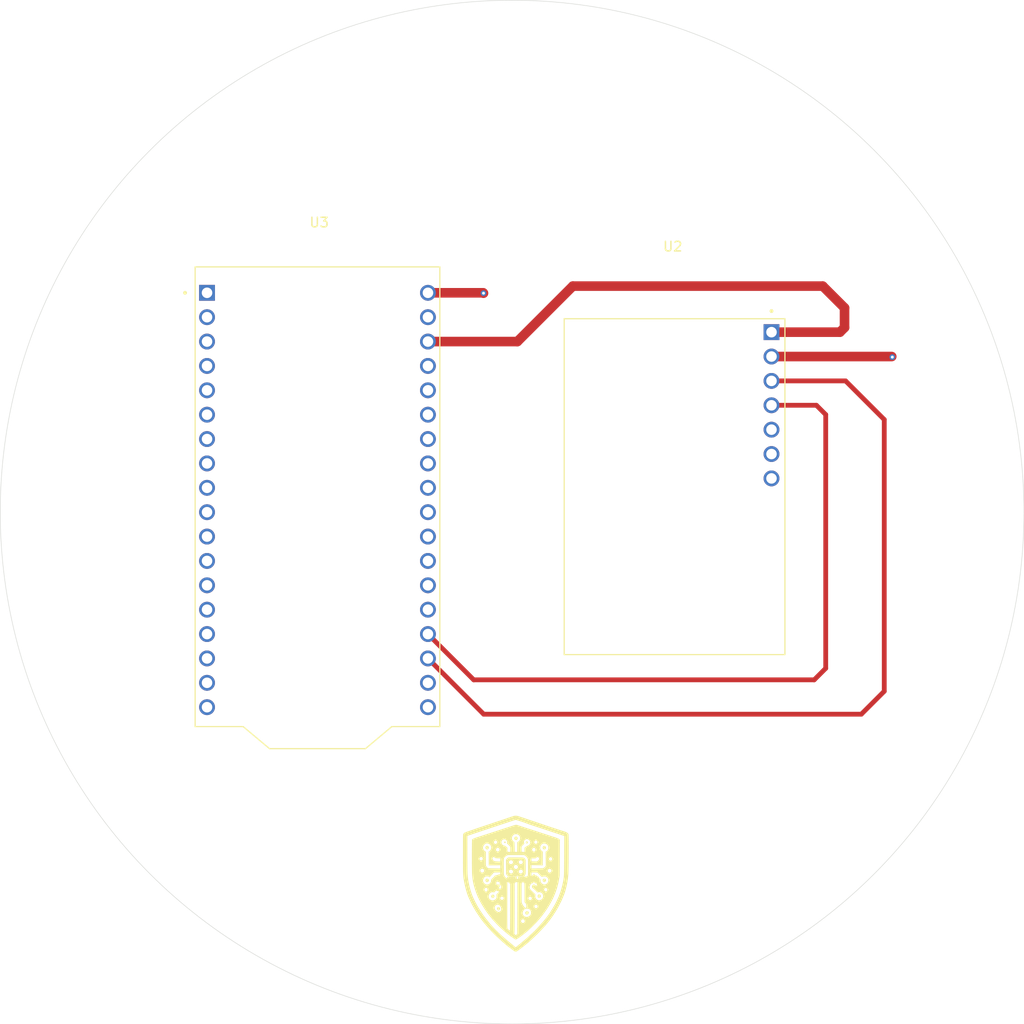
<source format=kicad_pcb>
(kicad_pcb (version 20240108) (generator "pcbnew") (generator_version "8.0")
  (layers (0 "F.Cu" signal) (31 "B.Cu" signal) (34 "B.Paste" user) (35 "F.Paste" user) (36 "B.SilkS" user "B.Silkscreen") (37 "F.SilkS" user "F.Silkscreen") (38 "B.Mask" user) (39 "F.Mask" user) (44 "Edge.Cuts" user))
  (net 0 "")
  (net 2 "/GND")
  (net 3 "/power")
  (net 4 "/SCL")
  (net 6 "/SDA")
  (footprint "logo-mold:moldguard" (layer "F.Cu") (at 154.83 113.36)
    (property "Reference" "G***" (at 0 0 0) (layer "F.SilkS") (effects (font (size 1.5 1.5) (thickness 0.3))))
    (property "Value" "LOGO" (hide yes))
  )
  (footprint "Lora32-heltec:MODULE_WIFI_KIT_32__V3_" (layer "F.Cu") (at 134.17 74.19)
    (property "Reference" "U3" (at 0.18 -29.73 0) (layer "F.SilkS"))
    (property "Value" "WIFI_KIT_32__V3_")
    (pad "J2_1" thru_hole rect (at -11.51 -22.4) (size 1.65 1.65) (drill 1.1) (layers "*.Cu" "*.Mask"))
    (pad "J2_2" thru_hole circle (at -11.51 -19.86) (size 1.65 1.65) (drill 1.1) (layers "*.Cu" "*.Mask"))
    (pad "J2_3" thru_hole circle (at -11.51 -17.32) (size 1.65 1.65) (drill 1.1) (layers "*.Cu" "*.Mask"))
    (pad "J2_4" thru_hole circle (at -11.51 -14.78) (size 1.65 1.65) (drill 1.1) (layers "*.Cu" "*.Mask"))
    (pad "J2_5" thru_hole circle (at -11.51 -12.24) (size 1.65 1.65) (drill 1.1) (layers "*.Cu" "*.Mask"))
    (pad "J2_6" thru_hole circle (at -11.51 -9.7) (size 1.65 1.65) (drill 1.1) (layers "*.Cu" "*.Mask"))
    (pad "J2_7" thru_hole circle (at -11.51 -7.16) (size 1.65 1.65) (drill 1.1) (layers "*.Cu" "*.Mask"))
    (pad "J2_8" thru_hole circle (at -11.51 -4.62) (size 1.65 1.65) (drill 1.1) (layers "*.Cu" "*.Mask"))
    (pad "J2_9" thru_hole circle (at -11.51 -2.08) (size 1.65 1.65) (drill 1.1) (layers "*.Cu" "*.Mask"))
    (pad "J2_10" thru_hole circle (at -11.51 0.46) (size 1.65 1.65) (drill 1.1) (layers "*.Cu" "*.Mask"))
    (pad "J2_11" thru_hole circle (at -11.51 3) (size 1.65 1.65) (drill 1.1) (layers "*.Cu" "*.Mask"))
    (pad "J2_12" thru_hole circle (at -11.51 5.54) (size 1.65 1.65) (drill 1.1) (layers "*.Cu" "*.Mask"))
    (pad "J2_13" thru_hole circle (at -11.51 8.08) (size 1.65 1.65) (drill 1.1) (layers "*.Cu" "*.Mask"))
    (pad "J2_14" thru_hole circle (at -11.51 10.62) (size 1.65 1.65) (drill 1.1) (layers "*.Cu" "*.Mask"))
    (pad "J2_15" thru_hole circle (at -11.51 13.16) (size 1.65 1.65) (drill 1.1) (layers "*.Cu" "*.Mask"))
    (pad "J2_16" thru_hole circle (at -11.51 15.7) (size 1.65 1.65) (drill 1.1) (layers "*.Cu" "*.Mask"))
    (pad "J2_17" thru_hole circle (at -11.51 18.24) (size 1.65 1.65) (drill 1.1) (layers "*.Cu" "*.Mask"))
    (pad "J2_18" thru_hole circle (at -11.51 20.78) (size 1.65 1.65) (drill 1.1) (layers "*.Cu" "*.Mask"))
    (pad "J3_1" thru_hole circle (at 11.51 -22.4) (size 1.65 1.65) (drill 1.1) (layers "*.Cu" "*.Mask") (net 2 "/GND"))
    (pad "J3_2" thru_hole circle (at 11.51 -19.86) (size 1.65 1.65) (drill 1.1) (layers "*.Cu" "*.Mask") (net 3 "/power"))
    (pad "J3_3" thru_hole circle (at 11.51 -17.32) (size 1.65 1.65) (drill 1.1) (layers "*.Cu" "*.Mask") (net 3 "/power"))
    (pad "J3_4" thru_hole circle (at 11.51 -14.78) (size 1.65 1.65) (drill 1.1) (layers "*.Cu" "*.Mask"))
    (pad "J3_5" thru_hole circle (at 11.51 -12.24) (size 1.65 1.65) (drill 1.1) (layers "*.Cu" "*.Mask"))
    (pad "J3_6" thru_hole circle (at 11.51 -9.7) (size 1.65 1.65) (drill 1.1) (layers "*.Cu" "*.Mask"))
    (pad "J3_7" thru_hole circle (at 11.51 -7.16) (size 1.65 1.65) (drill 1.1) (layers "*.Cu" "*.Mask"))
    (pad "J3_8" thru_hole circle (at 11.51 -4.62) (size 1.65 1.65) (drill 1.1) (layers "*.Cu" "*.Mask"))
    (pad "J3_9" thru_hole circle (at 11.51 -2.08) (size 1.65 1.65) (drill 1.1) (layers "*.Cu" "*.Mask"))
    (pad "J3_10" thru_hole circle (at 11.51 0.46) (size 1.65 1.65) (drill 1.1) (layers "*.Cu" "*.Mask"))
    (pad "J3_11" thru_hole circle (at 11.51 3) (size 1.65 1.65) (drill 1.1) (layers "*.Cu" "*.Mask"))
    (pad "J3_12" thru_hole circle (at 11.51 5.54) (size 1.65 1.65) (drill 1.1) (layers "*.Cu" "*.Mask"))
    (pad "J3_13" thru_hole circle (at 11.51 8.08) (size 1.65 1.65) (drill 1.1) (layers "*.Cu" "*.Mask"))
    (pad "J3_14" thru_hole circle (at 11.51 10.62) (size 1.65 1.65) (drill 1.1) (layers "*.Cu" "*.Mask"))
    (pad "J3_15" thru_hole circle (at 11.51 13.16) (size 1.65 1.65) (drill 1.1) (layers "*.Cu" "*.Mask") (net 6 "/SDA"))
    (pad "J3_16" thru_hole circle (at 11.51 15.7) (size 1.65 1.65) (drill 1.1) (layers "*.Cu" "*.Mask") (net 4 "/SCL"))
    (pad "J3_17" thru_hole circle (at 11.51 18.24) (size 1.65 1.65) (drill 1.1) (layers "*.Cu" "*.Mask"))
    (pad "J3_18" thru_hole circle (at 11.51 20.78) (size 1.65 1.65) (drill 1.1) (layers "*.Cu" "*.Mask"))
  )
  (footprint "SCD30:MODULE_SCD30" (layer "F.Cu") (at 171.38 71.99 -90)
    (property "Reference" "U2" (at -25.02 0.19 0) (layer "F.SilkS"))
    (property "Value" "SCD30")
    (pad "1" thru_hole rect (at -16.1 -10.1 270) (size 1.65 1.65) (drill 1.1) (layers "*.Cu" "*.Mask") (net 3 "/power"))
    (pad "2" thru_hole circle (at -13.56 -10.1 270) (size 1.65 1.65) (drill 1.1) (layers "*.Cu" "*.Mask") (net 2 "/GND"))
    (pad "3" thru_hole circle (at -11.02 -10.1 270) (size 1.65 1.65) (drill 1.1) (layers "*.Cu" "*.Mask") (net 4 "/SCL"))
    (pad "4" thru_hole circle (at -8.48 -10.1 270) (size 1.65 1.65) (drill 1.1) (layers "*.Cu" "*.Mask") (net 6 "/SDA"))
    (pad "5" thru_hole circle (at -5.94 -10.1 270) (size 1.65 1.65) (drill 1.1) (layers "*.Cu" "*.Mask"))
    (pad "6" thru_hole circle (at -3.4 -10.1 270) (size 1.65 1.65) (drill 1.1) (layers "*.Cu" "*.Mask"))
    (pad "7" thru_hole circle (at -0.86 -10.1 270) (size 1.65 1.65) (drill 1.1) (layers "*.Cu" "*.Mask"))
  )
  (gr_circle (center 154.45 74.641469) (end 204.61998 92.751469) (stroke (width 0.05)) (fill none) (layer "Edge.Cuts"))
  (segment (start 145.68 51.79) (end 151.43 51.79) (width 1) (layer "F.Cu") (net 2))
  (segment (start 151.43 51.79) (end 151.47 51.83) (width 1) (layer "F.Cu") (net 2))
  (segment (start 181.48 58.43) (end 194.01 58.43) (width 1) (layer "F.Cu") (net 2))
  (via (at 194.07 58.49) (size 0.6) (drill 0.3) (layers "F.Cu" "B.Cu") (net 2))
  (via (at 151.47 51.83) (size 0.6) (drill 0.3) (layers "F.Cu" "B.Cu") (net 2))
  (segment (start 189.09 55.41) (end 188.61 55.89) (width 1) (layer "F.Cu") (net 3))
  (segment (start 186.82 51.09) (end 189.09 53.36) (width 1) (layer "F.Cu") (net 3))
  (segment (start 189.09 53.36) (end 189.09 55.41) (width 1) (layer "F.Cu") (net 3))
  (segment (start 188.61 55.89) (end 181.48 55.89) (width 1) (layer "F.Cu") (net 3))
  (segment (start 155 56.87) (end 160.78 51.09) (width 1) (layer "F.Cu") (net 3))
  (segment (start 145.68 56.87) (end 155 56.87) (width 1) (layer "F.Cu") (net 3))
  (segment (start 160.78 51.09) (end 186.82 51.09) (width 1) (layer "F.Cu") (net 3))
  (segment (start 151.49 95.7) (end 145.68 89.89) (width 0.5) (layer "F.Cu") (net 4))
  (segment (start 190.84 95.7) (end 151.49 95.7) (width 0.5) (layer "F.Cu") (net 4))
  (segment (start 193.23 65) (end 193.23 93.31) (width 0.5) (layer "F.Cu") (net 4))
  (segment (start 193.23 93.31) (end 190.84 95.7) (width 0.5) (layer "F.Cu") (net 4))
  (segment (start 189.2 60.97) (end 193.23 65) (width 0.5) (layer "F.Cu") (net 4))
  (segment (start 181.48 60.97) (end 189.2 60.97) (width 0.5) (layer "F.Cu") (net 4))
  (segment (start 187.13 64.48) (end 187.13 90.92) (width 0.5) (layer "F.Cu") (net 6))
  (segment (start 181.48 63.51) (end 186.16 63.51) (width 0.5) (layer "F.Cu") (net 6))
  (segment (start 186.16 63.51) (end 187.13 64.48) (width 0.5) (layer "F.Cu") (net 6))
  (segment (start 150.45 92.12) (end 145.68 87.35) (width 0.5) (layer "F.Cu") (net 6))
  (segment (start 187.13 90.92) (end 185.93 92.12) (width 0.5) (layer "F.Cu") (net 6))
  (segment (start 185.93 92.12) (end 150.45 92.12) (width 0.5) (layer "F.Cu") (net 6))
)
</source>
